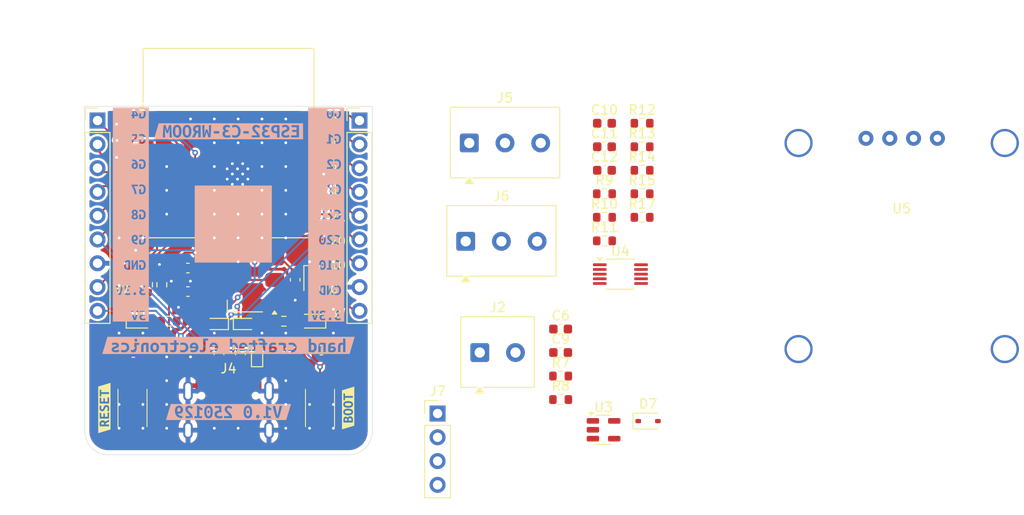
<source format=kicad_pcb>
(kicad_pcb (version 20241229) (generator "pcbnew") (generator_version "9.0")
  (title_block (comment 4 "AISLER Project ID: GSYNATTN"))
  (layers (0 "F.Cu" signal) (2 "B.Cu" signal) (13 "F.Paste" user) (15 "B.Paste" user) (5 "F.SilkS" user "F.Silkscreen") (7 "B.SilkS" user "B.Silkscreen") (1 "F.Mask" user) (3 "B.Mask" user) (25 "Edge.Cuts" user))
  (net 0 "")
  (net 1 "+5V")
  (net 2 "GND")
  (net 3 "+3.3V")
  (net 4 "/Controller/GPIO9")
  (net 5 "/Controller/EN")
  (net 6 "/Controller/USB-")
  (net 7 "Net-(D5-A)")
  (net 8 "/Power Supply/USB5V")
  (net 9 "/Controller/USB+")
  (net 10 "/Controller/GPIO8")
  (net 11 "/Controller/GPIO5")
  (net 12 "/Controller/GPIO6")
  (net 13 "/Controller/GPIO7")
  (net 14 "/Controller/GPIO4")
  (net 15 "/Controller/GPIO1")
  (net 16 "/Controller/GPIO0")
  (net 17 "/Controller/GPIO2")
  (net 18 "/Controller/GPIO3")
  (net 19 "/Controller/GPIO21")
  (net 20 "/Controller/GPIO10")
  (net 21 "/Controller/GPIO20")
  (net 24 "Net-(J4-CC2)")
  (net 25 "Net-(J4-CC1)")
  (net 26 "/Power Supply/battery+")
  (net 27 "Net-(J5-Pin_2)")
  (net 28 "Net-(J6-Pin_2)")
  (net 29 "Net-(J5-Pin_1)")
  (net 30 "Net-(J6-Pin_1)")
  (net 31 "/Power Supply/charge_stat")
  (net 32 "Net-(U3-PROG)")
  (net 33 "Net-(U4A--)")
  (net 34 "Net-(U4B--)")
  (net 35 "/Controller/PT100_2")
  (net 36 "/Controller/PT100_1")
  (net 37 "/Controller/SHDN2")
  (net 38 "/Controller/SHDN1")
  (net 39 "/Controller/I2C_SDA")
  (net 40 "/Controller/I2C_SCL")
  (footprint "Resistor_SMD:R_0603_1608Metric" (layer "F.Cu") (at 183.81 75.415)
    (property "Reference" "R14")
    (property "Value" "10K")
  )
  (footprint "Capacitor_SMD:C_0603_1608Metric" (layer "F.Cu") (at 149.606 94.616 180)
    (property "Reference" "C7" (hide yes))
    (property "Value" "100n")
  )
  (footprint "_PS_LIB_PCB:Xunpu TS-1088" (layer "F.Cu") (at 149.46 100.792 90)
    (property "Reference" "SW1" (hide yes))
    (property "Value" "SW_MEC_5G")
  )
  (footprint "Connector_PinHeader_2.54mm:PinHeader_1x09_P2.54mm_Vertical" (layer "F.Cu") (at 125.73 70.104)
    (property "Reference" "J1" (hide yes))
    (property "Value" "Conn_01x09_Pin")
  )
  (footprint "Capacitor_SMD:C_0603_1608Metric" (layer "F.Cu") (at 129.032 73.534 -90)
    (property "Reference" "C4" (hide yes))
    (property "Value" "10u 25V")
  )
  (footprint "Resistor_SMD:R_0603_1608Metric" (layer "F.Cu") (at 145.605 91.53)
    (property "Reference" "R3" (hide yes))
    (property "Value" "5k1")
  )
  (footprint "kibuzzard-679A5C81" (layer "F.Cu") (at 152.46 100.792 90)
    (property "Reference" "kibuzzard-679A5C81" (hide yes))
    (property "Value" "G***" (hide yes))
  )
  (footprint "Diode_SMD:D_SOD-323" (layer "F.Cu") (at 184.45 102.192)
    (property "Reference" "D7")
    (property "Value" "1N5819WS")
  )
  (footprint "Capacitor_SMD:C_0603_1608Metric" (layer "F.Cu") (at 135.369 85.852 180)
    (property "Reference" "C3" (hide yes))
    (property "Value" "100n")
  )
  (footprint "_PS_LIB_PCB:Xunpu TS-1088" (layer "F.Cu") (at 129.46 100.792 90)
    (property "Reference" "SW2" (hide yes))
    (property "Value" "SW_MEC_5G")
  )
  (footprint "kibuzzard-679A5D22" (layer "F.Cu") (at 151.384 80.392)
    (property "Reference" "kibuzzard-679A5D22" (hide yes))
    (property "Value" "G***" (hide yes))
  )
  (footprint "Resistor_SMD:R_0603_1608Metric" (layer "F.Cu") (at 138.684 94.87 90)
    (property "Reference" "R2" (hide yes))
    (property "Value" "5k1")
  )
  (footprint "TerminalBlock_Phoenix:TerminalBlock_Phoenix_MKDS-1-3-3.81_1x03_P3.81mm_Horizontal" (layer "F.Cu") (at 165 83)
    (property "Reference" "J6")
    (property "Value" "Conn_01x03_Socket")
  )
  (footprint "Resistor_SMD:R_0603_1608Metric" (layer "F.Cu") (at 133.35 91.52)
    (property "Reference" "R6" (hide yes))
    (property "Value" "5k1")
  )
  (footprint "Capacitor_SMD:C_0603_1608Metric" (layer "F.Cu") (at 129.032 70.358 -90)
    (property "Reference" "C5" (hide yes))
    (property "Value" "100n")
  )
  (footprint "Resistor_SMD:R_0603_1608Metric" (layer "F.Cu") (at 183.81 72.905)
    (property "Reference" "R13")
    (property "Value" "10K")
  )
  (footprint "Resistor_SMD:R_0603_1608Metric" (layer "F.Cu") (at 179.8 80.435)
    (property "Reference" "R10")
    (property "Value" "91R")
  )
  (footprint "Capacitor_SMD:C_0603_1608Metric" (layer "F.Cu") (at 175.125 92.362)
    (property "Reference" "C6")
    (property "Value" "4u7")
  )
  (footprint "RF_Module:ESP32-C3-WROOM-02" (layer "F.Cu") (at 139.7 75.608)
    (property "Reference" "U1" (hide yes))
    (property "Value" "ESP32-C3-WROOM-02")
  )
  (footprint "Diode_SMD:D_SOD-323" (layer "F.Cu") (at 148.59 87.202 -90)
    (property "Reference" "D2" (hide yes))
    (property "Value" "1N5819WS")
  )
  (footprint "Resistor_SMD:R_0603_1608Metric" (layer "F.Cu") (at 179.8 77.925)
    (property "Reference" "R9")
    (property "Value" "10K")
  )
  (footprint "Resistor_SMD:R_0603_1608Metric" (layer "F.Cu") (at 183.81 70.395)
    (property "Reference" "R12")
    (property "Value" "33K")
  )
  (footprint "Diode_SMD:D_SOD-523" (layer "F.Cu") (at 138.43 91.822 180)
    (property "Reference" "D1" (hide yes))
    (property "Value" "LESD5D5.0CT1G")
  )
  (footprint "kibuzzard-679A5C2F" (layer "F.Cu") (at 126.46 100.792 90)
    (property "Reference" "kibuzzard-679A5C2F" (hide yes))
    (property "Value" "G***" (hide yes))
  )
  (footprint "Package_TO_SOT_SMD:SOT-23-5" (layer "F.Cu") (at 179.705 103.117)
    (property "Reference" "U3")
    (property "Value" "MCP73831-2-OT")
  )
  (footprint "Resistor_SMD:R_0603_1608Metric" (layer "F.Cu") (at 183.81 80.435)
    (property "Reference" "R17")
    (property "Value" "33K")
  )
  (footprint "Resistor_SMD:R_0603_1608Metric" (layer "F.Cu") (at 175.125 97.382)
    (property "Reference" "R7")
    (property "Value" "10K")
  )
  (footprint "Capacitor_SMD:C_0603_1608Metric" (layer "F.Cu") (at 146.812 87.109 -90)
    (property "Reference" "C1" (hide yes))
    (property "Value" "10u 25V")
  )
  (footprint "Resistor_SMD:R_0603_1608Metric" (layer "F.Cu") (at 131.064 87.63 90)
    (property "Reference" "R5" (hide yes))
    (property "Value" "10k")
  )
  (footprint "LED_SMD:LED_0603_1608Metric" (layer "F.Cu") (at 148.59 91.52 180)
    (property "Reference" "D5" (hide yes))
    (property "Value" "LED")
  )
  (footprint "Package_TO_SOT_SMD:SOT-223-3_TabPin2" (layer "F.Cu") (at 141.478 87.122 180)
    (property "Reference" "U2" (hide yes))
    (property "Value" "AMS1117-3.3")
  )
  (footprint "Connector_USB:USB_C_Receptacle_GCT_USB4105-xx-A_16P_TopMnt_Horizontal" (layer "F.Cu") (at 139.7 102.092)
    (property "Reference" "J4")
    (property "Value" "USB_C_Receptacle_USB2.0_16P")
  )
  (footprint "LED_SMD:LED_0603_1608Metric" (layer "F.Cu") (at 130.2765 91.52)
    (property "Reference" "D6" (hide yes))
    (property "Value" "LED")
  )
  (footprint "Connector_PinHeader_2.54mm:PinHeader_1x04_P2.54mm_Vertical" (layer "F.Cu") (at 162 101.38)
    (property "Reference" "J7")
    (property "Value" "Conn_01x04_Pin")
  )
  (footprint "Diode_SMD:D_SOD-523" (layer "F.Cu") (at 142.748 95.124 90)
    (property "Reference" "D4" (hide yes))
    (property "Value" "LESD5D5.0CT1G")
  )
  (footprint "Package_SO:VSSOP-10_3x3mm_P0.5mm" (layer "F.Cu") (at 181.5 86.5)
    (property "Reference" "U4")
    (property "Value" "TLV9002S")
  )
  (footprint "Connector_PinHeader_2.54mm:PinHeader_1x09_P2.54mm_Vertical" (layer "F.Cu") (at 153.67 70.104)
    (property "Reference" "J3" (hide yes))
    (property "Value" "Conn_01x09_Pin")
  )
  (footprint "Resistor_SMD:R_0603_1608Metric" (layer "F.Cu") (at 183.81 77.925)
    (property "Reference" "R15")
    (property "Value" "91R")
  )
  (footprint "Capacitor_SMD:C_0603_1608Metric" (layer "F.Cu") (at 179.8 72.905)
    (property "Reference" "C11")
    (property "Value" "10n")
  )
  (footprint "Resistor_SMD:R_0603_1608Metric" (layer "F.Cu") (at 140.97 94.87 90)
    (property "Reference" "R1" (hide yes))
    (property "Value" "5k1")
  )
  (footprint "Diode_SMD:D_SOD-523" (layer "F.Cu") (at 141.478 91.822)
    (property "Reference" "D3" (hide yes))
    (property "Value" "LESD5D5.0CT1G")
  )
  (footprint "Capacitor_SMD:C_0603_1608Metric" (layer "F.Cu") (at 129.54 94.87 180)
    (property "Reference" "C8" (hide yes))
    (property "Value" "100n")
  )
  (footprint "TerminalBlock_Phoenix:TerminalBlock_Phoenix_MKDS-1-3-3.81_1x03_P3.81mm_Horizontal" (layer "F.Cu") (at 165.38 72.5)
    (property "Reference" "J5")
    (property "Value" "Conn_01x03_Socket")
  )
  (footprint "Capacitor_SMD:C_0603_1608Metric" (layer "F.Cu") (at 179.8 75.415)
    (property "Reference" "C12")
    (property "Value" "10n")
  )
  (footprint "Resistor_SMD:R_0603_1608Metric" (layer "F.Cu") (at 175.125 99.892)
    (property "Reference" "R8")
    (property "Value" "10K")
  )
  (footprint "Capacitor_SMD:C_0603_1608Metric" (layer "F.Cu") (at 175.125 94.872)
    (property "Reference" "C9")
    (property "Value" "4u7")
  )
  (footprint "_PS_LIB_PCB:SSD1306_0.96_Oled" (layer "F.Cu") (at 211.5 83.5)
    (property "Reference" "U5")
    (property "Value" "OLED_SSD1306")
  )
  (footprint "Resistor_SMD:R_0603_1608Metric" (layer "F.Cu") (at 179.8 82.945)
    (property "Reference" "R11")
    (property "Value" "10K")
  )
  (footprint "Capacitor_SMD:C_0603_1608Metric" (layer "F.Cu") (at 135.369 88.362 180)
    (property "Reference" "C2" (hide yes))
    (property "Value" "10u 25V")
  )
  (footprint "kibuzzard-679A5D01" (layer "F.Cu") (at 128.27 80.392)
    (property "Reference" "kibuzzard-679A5D01" (hide yes))
    (property "Value" "G***" (hide yes))
  )
  (footprint "TerminalBlock_Phoenix:TerminalBlock_Phoenix_MKDS-1-2-3.81_1x02_P3.81mm_Horizontal" (layer "F.Cu") (at 166.5 94.872)
    (property "Reference" "J2")
    (property "Value" "Conn_01x02_Pin")
  )
  (footprint "Resistor_SMD:R_0603_1608Metric" (layer "F.Cu") (at 132.588 87.63 90)
    (property "Reference" "R4" (hide yes))
    (property "Value" "10k")
  )
  (footprint "Capacitor_SMD:C_0603_1608Metric" (layer "F.Cu") (at 179.8 70.395)
    (property "Reference" "C10")
    (property "Value" "100n")
  )
  (footprint "kibuzzard-679A571E" (layer "B.Cu") (at 139.7 94.108 180)
    (property "Reference" "kibuzzard-679A571E" (hide yes))
    (property "Value" "G***" (hide yes))
  )
  (footprint "kibuzzard-679A5707" (layer "B.Cu") (at 139.7 71.248 180)
    (property "Reference" "kibuzzard-679A5707" (hide yes))
    (property "Value" "G***" (hide yes))
  )
  (footprint "kibuzzard-679A56A9" (layer "B.Cu") (at 129.286 80.138 180)
    (property "Reference" "kibuzzard-679A56A9" (hide yes))
    (property "Value" "G***" (hide yes))
  )
  (footprint "kibuzzard-679A573A" (layer "B.Cu") (at 139.7 101.22 180)
    (property "Reference" "kibuzzard-679A573A" (hide yes))
    (property "Value" "G***" (hide yes))
  )
  (footprint "kibuzzard-679A56D4" (layer "B.Cu") (at 150.114 80.138 180)
    (property "Reference" "kibuzzard-679A56D4" (hide yes))
    (property "Value" "G***" (hide yes))
  )
  (gr_rect (start 136.144 77.09) (end 144.272 85.218) (stroke (width 0.1)) (fill yes) (layer "B.SilkS"))
  (gr_line (start 124.36 68.592) (end 155.04 68.592) (stroke (width 0.05)) (layer "Edge.Cuts"))
  (gr_arc (start 126.9 105.792) (mid 125.103949 105.048051) (end 124.36 103.252) (stroke (width 0.05)) (layer "Edge.Cuts"))
  (gr_line (start 152.5 105.792) (end 126.9 105.792) (stroke (width 0.05)) (layer "Edge.Cuts"))
  (gr_line (start 124.36 103.252) (end 124.36 68.592) (stroke (width 0.05)) (layer "Edge.Cuts"))
  (gr_arc (start 155.04 103.252) (mid 154.296051 105.048051) (end 152.5 105.792) (stroke (width 0.05)) (layer "Edge.Cuts"))
  (gr_line (start 155.04 68.592) (end 155.04 103.252) (stroke (width 0.05)) (layer "Edge.Cuts"))
  (segment (start 146.812 86.334) (end 145.3 84.822) (width 0.2) (layer "F.Cu") (net 1))
  (segment (start 140.672735 88.984735) (end 140.672735 89.071265) (width 0.2) (layer "F.Cu") (net 1))
  (segment (start 140.672735 89.071265) (end 139.7 90.044) (width 0.2) (layer "F.Cu") (net 1))
  (segment (start 142.89 84.822) (end 144.628 84.822) (width 0.2) (layer "F.Cu") (net 1))
  (segment (start 145.3 84.822) (end 144.628 84.822) (width 0.2) (layer "F.Cu") (net 1))
  (segment (start 146.994 86.152) (end 146.812 86.334) (width 0.2) (layer "F.Cu") (net 1))
  (segment (start 137.668 90.044) (end 134.62 93.092) (width 0.2) (layer "F.Cu") (net 1))
  (segment (start 142.494 85.218) (end 142.89 84.822) (width 0.2) (layer "F.Cu") (net 1))
  (segment (start 139.7 90.044) (end 137.668 90.044) (width 0.2) (layer "F.Cu") (net 1))
  (segment (start 148.59 86.152) (end 146.994 86.152) (width 0.2) (layer "F.Cu") (net 1))
  (via (at 134.62 93.092) (size 0.6) (drill 0.3) (layers "F.Cu" "B.Cu") (net 1))
  (via (at 140.672735 88.984735) (size 0.6) (drill 0.3) (layers "F.Cu" "B.Cu") (net 1))
  (via (at 142.494 85.218) (size 0.6) (drill 0.3) (layers "F.Cu" "B.Cu") (net 1))
  (segment (start 142.494 87.16347) (end 142.494 85.218) (width 0.2) (layer "B.Cu") (net 1))
  (segment (start 131.952 90.424) (end 134.62 93.092) (width 0.2) (layer "B.Cu") (net 1))
  (segment (start 140.672735 88.984735) (end 142.494 87.16347) (width 0.2) (layer "B.Cu") (net 1))
  (segment (start 125.73 90.424) (end 131.952 90.424) (width 0.2) (layer "B.Cu") (net 1))
  (segment (start 129.032 74.309) (end 128.029 74.309) (width 0.2) (layer "F.Cu") (net 2))
  (segment (start 129.032 71.133) (end 128.409 71.133) (width 0.2) (layer "F.Cu") (net 2))
  (segment (start 128.409 71.133) (end 127.762 70.486) (width 0.2) (layer "F.Cu") (net 2))
  (segment (start 128.029 74.309) (end 127.762 74.042) (width 0.2) (layer "F.Cu") (net 2))
  (via (at 150.887477 92.793) (size 0.6) (drill 0.3) (layers "F.Cu" "B.Cu") (net 2))
  (via (at 150.887477 90.253) (size 0.6) (drill 0.3) (layers "F.Cu" "B.Cu") (net 2))
  (via (at 130.567477 92.793) (size 0.6) (drill 0.3) (layers "F.Cu" "B.Cu") (net 2))
  (via (at 135.636 87.25) (size 0.6) (drill 0.3) (layers "F.Cu" "B.Cu") (net 2))
  (via (at 150.887477 102.953) (size 0.6) (drill 0.3) (layers "F.Cu" "B.Cu") (net 2))
  (via (at 150.887477 100.413) (size 0.6) (drill 0.3) (layers "F.Cu" "B.Cu") (net 2))
  (via (at 134.366 90.044) (size 0.6) (drill 0.3) (layers "F.Cu" "B.Cu") (net 2))
  (via (at 150.887477 85.173) (size 0.6) (drill 0.3) (layers "F.Cu" "B.Cu") (net 2))
  (via (at 145.807477 75.013) (size 0.6) (drill 0.3) (layers "F.Cu" "B.Cu") (net 2))
  (via (at 133.107477 95.333) (size 0.6) (drill 0.3) (layers "F.Cu" "B.Cu") (net 2))
  (via (at 143.267477 82.633) (size 0.6) (drill 0.3) (layers "F.Cu" "B.Cu") (net 2))
  (via (at 138.187477 75.013) (size 0.6) (drill 0.3) (layers "F.Cu" "B.Cu") (net 2))
  (via (at 140.727477 85.173) (size 0.6) (drill 0.3) (layers "F.Cu" "B.Cu") (net 2))
  (via (at 128.027477 102.953) (size 0.6) (drill 0.3) (layers "F.Cu" "B.Cu") (net 2))
  (via (at 143.267477 72.473) (size 0.6) (drill 0.3) (layers "F.Cu" "B.Cu") (net 2))
  (via (at 130.567477 100.413) (size 0.6) (drill 0.3) (layers "F.Cu" "B.Cu") (net 2))
  (via (at 128.027477 82.633) (size 0.6) (drill 0.3) (layers "F.Cu" "B.Cu") (net 2))
  (via (at 140.727477 80.093) (size 0.6) (drill 0.3) (layers "F.Cu" "B.Cu") (net 2))
  (via (at 133.107477 102.953) (size 0.6) (drill 0.3) (layers "F.Cu" "B.Cu") (net 2))
  (via (at 138.187477 72.473) (size 0.6) (drill 0.3) (layers "F.Cu" "B.Cu") (net 2))
  (via (at 148.347477 85.173) (size 0.6) (drill 0.3) (layers "F.Cu" "B.Cu") (net 2))
  (via (at 145.807477 102.953) (size 0.6) (drill 0.3) (layers "F.Cu" "B.Cu") (net 2))
  (via (at 130.567477 102.953) (size 0.6) (drill 0.3) (layers "F.Cu" "B.Cu") (net 2))
  (via (at 127.762 70.486) (size 0.6) (drill 0.3) (layers "F.Cu" "B.Cu") (net 2))
  (via (at 143.267477 77.553) (size 0.6) (drill 0.3) (layers "F.Cu" "B.Cu") (net 2))
  (via (at 143.267477 75.013) (size 0.6) (drill 0.3) (layers "F.Cu" "B.Cu") (net 2))
  (via (at 140.727477 72.473) (size 0.6) (drill 0.3) (layers "F.Cu" "B.Cu") (net 2))
  (via (at 133.107477 100.413) (size 0.6) (drill 0.3) (layers "F.Cu" "B.Cu") (net 2))
  (via (at 138.187477 80.093) (size 0.6) (drill 0.3) (layers "F.Cu" "B.Cu") (net 2))
  (via (at 130.567477 82.633) (size 0.6) (drill 0.3) (layers "F.Cu" "B.Cu") (net 2))
  (via (at 138.187477 92.793) (size 0.6) (drill 0.3) (layers "F.Cu" "B.Cu") (net 2))
  (via (at 138.187477 102.953) (size 0.6) (drill 0.3) (layers "F.Cu" "B.Cu") (net 2))
  (via (at 133.107477 75.013) (size 0.6) (drill 0.3) (layers "F.Cu" "B.Cu") (net 2))
  (via (at 145.807477 92.793) (size 0.6) (drill 0.3) (layers "F.Cu" "B.Cu") (net 2))
  (via (at 135.647477 95.333) (size 0.6) (drill 0.3) (layers "F.Cu" "B.Cu") (net 2))
  (via (at 145.807477 97.873) (size 0.6) (drill 0.3) (layers "F.Cu" "B.Cu") (net 2))
  (via (at 140.727477 69.933) (size 0.6) (drill 0.3) (layers "F.Cu" "B.Cu") (net 2))
  (via (at 133.107477 80.093) (size 0.6) (drill 0.3) (layers "F.Cu" "B.Cu") (net 2))
  (via (at 128.027477 87.713) (size 0.6) (drill 0.3) (layers "F.Cu" "B.Cu") (net 2))
  (via (at 145.807477 80.093) (size 0.6) (drill 0.3) (layers "F.Cu" "B.Cu") (net 2))
  (via (at 133.107477 97.873) (size 0.6) (drill 0.3) (layers "F.Cu" "B.Cu") (net 2))
  (via (at 138.187477 69.933) (size 0.6) (drill 0.3) (layers "F.Cu" "B.Cu") (net 2))
  (via (at 145.807477 77.553) (size 0.6) (drill 0.3) (layers "F.Cu" "B.Cu") (net 2))
  (via (at 135.647477 69.933) (size 0.6) (drill 0.3) (layers "F.Cu" "B.Cu") (net 2))
  (via (at 143.267477 92.793) (size 0.6) (drill 0.3) (layers "F.Cu" "B.Cu") (net 2))
  (via (at 128.027477 100.413) (size 0.6) (drill 0.3) (layers "F.Cu" "B.Cu") (net 2))
  (via (at 127.762 74.042) (size 0.6) (drill 0.3) (layers "F.Cu" "B.Cu") (net 2))
  (via (at 148.347477 100.413) (size 0.6) (drill 0.3) (layers "F.Cu" "B.Cu") (net 2))
  (via (at 138.187477 77.553) (size 0.6) (drill 0.3) (layers "F.Cu" "B.Cu") (net 2))
  (via (at 145.807477 82.633) (size 0.6) (drill 0.3) (layers "F.Cu" "B.Cu") (net 2))
  (via (at 143.267477 80.093) (size 0.6) (drill 0.3) (layers "F.Cu" "B.Cu") (net 2))
  (via (at 133.604 87.25) (size 0.6) (drill 0.3) (layers "F.Cu" "B.Cu") (net 2))
  (via (at 145.807477 100.413) (size 0.6) (drill 0.3) (layers "F.Cu" "B.Cu") (net 2))
  (via (at 140.727477 102.953) (size 0.6) (drill 0.3) (layers "F.Cu" "B.Cu") (net 2))
  (via (at 133.107477 77.553) (size 0.6) (drill 0.3) (layers "F.Cu" "B.Cu") (net 2))
  (via (at 132.334 85.472) (size 0.6) (drill 0.3) (layers "F.Cu" "B.Cu") (net 2))
  (via (at 145.807477 72.473) (size 0.6) (drill 0.3) (layers "F.Cu" "B.Cu") (net 2))
  (via (at 143.267477 69.933) (size 0.6) (drill 0.3) (layers "F.Cu" "B.Cu") (net 2))
  (via (at 138.187477 82.633) (size 0.6) (drill 0.3) (layers "F.Cu" "B.Cu") (net 2))
  (via (at 145.807477 69.933) (size 0.6) (drill 0.3) (layers "F.Cu" "B.Cu") (net 2))
  (via (at 146.812 89.282) (size 0.6) (drill 0.3) (layers "F.Cu" "B.Cu") (net 2))
  (via (at 128.027477 92.793) (size 0.6) (drill 0.3) (layers "F.Cu" "B.Cu") (net 2))
  (via (at 148.347477 102.953) (size 0.6) (drill 0.3) (layers "F.Cu" "B.Cu") (net 2))
  (via (at 140.727477 82.633) (size 0.6) (drill 0.3) (layers "F.Cu" "B.Cu") (net 2))
  (segment (start 129.807 71.984) (end 129.807 70.358) (width 0.2) (layer "F.Cu") (net 3))
  (segment (start 144.78 91.53) (end 146.012 90.298) (width 0.2) (layer "F.Cu") (net 3))
  (segment (start 153.082 90.424) (end 149.78 87.122) (width 0.2) (layer "F.Cu") (net 3))
  (segment (start 138.328 87.122) (end 137.088 88.362) (width 0.2) (layer "F.Cu") (net 3))
  (segment (start 144.628 87.122) (end 138.328 87.122) (width 0.2) (layer "F.Cu") (net 3))
  (segment (start 137.088 88.362) (end 136.144 88.362) (width 0.2) (layer "F.Cu") (net 3))
  (segment (start 147.32 90.298) (end 148.065 89.553) (width 0.2) (layer "F.Cu") (net 3))
  (segment (start 146.012 90.298) (end 147.32 90.298) (width 0.2) (layer "F.Cu") (net 3))
  (segment (start 132.588 86.634304) (end 135.020304 84.202) (width 0.2) (layer "F.Cu") (net 3))
  (segment (start 149.78 87.122) (end 148.082 87.122) (width 0.2) (layer "F.Cu") (net 3))
  (segment (start 134.175 91.52) (end 136.144 89.551) (width 0.2) (layer "F.Cu") (net 3))
  (segment (start 128.34353 72.759) (end 129.032 72.759) (width 0.2) (layer "F.Cu") (net 3))
  (segment (start 148.082 87.122) (end 144.628 87.122) (width 0.2) (layer "F.Cu") (net 3))
  (segment (start 132.588 86.805) (end 132.588 86.634304) (width 0.2) (layer "F.Cu") (net 3))
  (segment (start 129.807 70.358) (end 129.032 69.583) (width 0.2) (layer "F.Cu") (net 3))
  (segment (start 125.73 87.884) (end 129.666 83.948) (width 0.2) (layer "F.Cu") (net 3))
  (segment (start 138.011 86.805) (end 138.328 87.122) (width 0.2) (layer "F.Cu") (net 3))
  (segment (start 129.666 83.948) (end 129.794 83.948) (width 0.2) (layer "F.Cu") (net 3))
  (segment (start 132.588 86.805) (end 131.064 86.805) (width 0.2) (layer "F.Cu") (net 3))
  (segment (start 148.065 87.139) (end 148.082 87.122) (width 0.2) (layer "F.Cu") (net 3))
  (segment (start 129.032 72.759) (end 129.807 71.984) (width 0.2) (layer "F.Cu") (net 3))
  (segment (start 129.057 69.608) (end 129.032 69.583) (width 0.2) (layer "F.Cu") (net 3))
  (segment (start 138.096 87.122) (end 136.826 85.852) (width 0.2) (layer "F.Cu") (net 3))
  (segment (start 136.144 89.551) (end 136.144 88.362) (width 0.2) (layer "F.Cu") (net 3))
  (segment (start 136.144 73.534) (end 136.144 84.202) (width 0.2) (layer "F.Cu") (net 3))
  (segment (start 153.162 90.424) (end 153.082 90.424) (width 0.2) (layer "F.Cu") (net 3))
  (segment (start 130.71 69.608) (end 129.057 69.608) (width 0.2) (layer "F.Cu") (net 3))
  (segment (start 136.826 85.852) (end 136.144 85.852) (width 0.2) (layer "F.Cu") (net 3))
  (segment (start 148.065 89.553) (end 148.065 87.139) (width 0.2) (layer "F.Cu") (net 3))
  (segment (start 136.144 84.202) (end 136.144 85.852) (width 0.2) (layer "F.Cu") (net 3))
  (segment (start 138.328 87.122) (end 138.096 87.122) (width 0.2) (layer "F.Cu") (net 3))
  (segment (start 127.805265 72.220735) (end 128.34353 72.759) (width 0.2) (layer "F.Cu") (net 3))
  (segment (start 135.020304 84.202) (end 136.144 84.202) (width 0.2) (layer "F.Cu") (net 3))
  (segment (start 131.0385 86.7795) (end 131.064 86.805) (width 0.2) (layer "F.Cu") (net 3))
  (via (at 127.805265 72.220735) (size 0.6) (drill 0.3) (layers "F.Cu" "B.Cu") (net 3))
  (via (at 136.144 73.534) (size 0.6) (drill 0.3) (layers "F.Cu" "B.Cu") (net 3))
  (via (at 129.794 83.948) (size 0.6) (drill 0.3) (layers "F.Cu" "B.Cu") (net 3))
  (via (at 136.144 84.202) (size 0.6) (drill 0.3) (layers "F.Cu" "B.Cu") (net 3))
  (segment (start 134.830735 72.220735) (end 127.805265 72.220735) (width 0.2) (layer "B.Cu") (net 3))
  (segment (start 135.89 83.948) (end 129.794 83.948) (width 0.2) (layer "B.Cu") (net 3))
  (segment (start 136.144 84.202) (end 135.89 83.948) (width 0.2) (layer "B.Cu") (net 3))
  (segment (start 136.144 73.534) (end 134.830735 72.220735) (width 0.2) (layer "B.Cu") (net 3))
  (segment (start 130.71 80.108) (end 128.426 80.108) (width 0.2) (layer "F.Cu") (net 4))
  (segment (start 149.46 96.409) (end 149.46 98.717) (width 0.2) (layer "F.Cu") (net 4))
  (segment (start 150.381 95.488) (end 149.46 96.409) (width 0.2) (layer "F.Cu") (net 4))
  (segment (start 128.426 80.108) (end 125.73 82.804) (width 0.2) (layer "F.Cu") (net 4))
  (segment (start 150.381 94.616) (end 150.381 95.488) (width 0.2) (layer "F.Cu") (net 4))
  (via (at 149.46 96.409) (size 0.6) (drill 0.3) (layers "F.Cu" "B.Cu") (net 4))
  (segment (start 125.73 82.804) (end 137.542 94.616) (width 0.2) (layer "B.Cu") (net 4))
  (segment (start 147.667 94.616) (end 149.46 96.409) (width 0.2) (layer "B.Cu") (net 4))
  (segment (start 137.542 94.616) (end 147.667 94.616) (width 0.2) (layer "B.Cu") (net 4))
  (segment (start 133.35 92.285) (end 133.35 89.217) (width 0.2) (layer "F.Cu") (net 5))
  (segment (start 134.62 72.918) (end 134.62 81.916) (width 0.2) (layer "F.Cu") (net 5))
  (segment (start 130.289 87.237) (end 130.807 87.755) (width 0.2) (layer "F.Cu") (net 5))
  (segment (start 130.315 96.635) (end 130.315 94.87) (width 0.2) (layer "F.Cu") (net 5))
  (segment (start 130.315 94.87) (end 130.765 94.87) (width 0.2) (layer "F.Cu") (net 5))
  (segment (start 130.289 86.247) (end 130.289 87.237) (width 0.2) (layer "F.Cu") (net 5))
  (segment (start 134.62 81.916) (end 130.289 86.247) (width 0.2) (layer "F.Cu") (net 5))
  (segment (start 130.807 87.755) (end 131.888 87.755) (width 0.2) (layer "F.Cu") (net 5))
  (segment (start 131.888 87.755) (end 132.588 88.455) (width 0.2) (layer "F.Cu") (net 5))
  (segment (start 133.35 89.217) (end 132.588 88.455) (width 0.2) (layer "F.Cu") (net 5))
  (segment (start 130.71 71.108) (end 132.81 71.108) (width 0.2) (layer "F.Cu") (net 5))
  (segment (start 132.81 71.108) (end 134.62 72.918) (width 0.2) (layer "F.Cu") (net 5))
  (segment (start 130.765 94.87) (end 133.35 92.285) (width 0.2) (layer "F.Cu") (net 5))
  (segment (start 129.46 97.49) (end 130.315 96.635) (width 0.2) (layer "F.Cu") (net 5))
  (segment (start 129.46 98.717) (end 129.46 97.49) (width 0.2) (layer "F.Cu") (net 5))
  (segment (start 139.68241 97.537) (end 139.95 97.80459) (width 0.2) (layer "F.Cu") (net 6))
  (segment (start 138.95 98.412) (end 138.95 97.80459) (width 0.2) (layer "F.Cu") (net 6))
  (segment (start 139.13 91.822) (end 139.459 92.151) (width 0.2) (layer "F.Cu") (net 6))
  (segment (start 138.95 97.80459) (end 139.21759 97.537) (width 0.2) (layer "F.Cu") (net 6))
  (segment (start 139.98129 90.97071) (end 139.13 91.822) (width 0.2) (layer "F.Cu") (net 6))
  (segment (start 139.459 92.151) (end 139.459 97.524) (width 0.2) (layer "F.Cu") (net 6))
  (segment (start 139.98129 90.806) (end 139.98129 90.97071) (width 0.2) (layer "F.Cu") (net 6))
  (segment (start 150.604 77.108) (end 148.21 77.108) (width 0.2) (layer "F.Cu") (net 6))
  (segment (start 139.13 92.014) (end 139.13 91.822) (width 0.2) (layer "F.Cu") (net 6))
  (segment (start 139.95 97.80459) (end 139.95 98.412) (width 0.2) (layer "F.Cu") (net 6))
  (segment (start 139.446 97.537) (end 139.68241 97.537) (width 0.2) (layer "F.Cu") (net 6))
  (segment (start 150.622 77.09) (end 150.604 77.108) (width 0.2) (layer "F.Cu") (net 6))
  (segment (start 139.21759 97.537) (end 139.446 97.537) (width 0.2) (layer "F.Cu") (net 6))
  (segment (start 139.459 97.524) (end 139.446 97.537) (width 0.2) (layer "F.Cu") (net 6))
  (via (at 150.622 77.09) (size 0.6) (drill 0.3) (layers "F.Cu" "B.Cu") (net 6))
  (via (at 139.98129 90.806) (size 0.6) (drill 0.3) (layers "F.Cu" "B.Cu") (net 6))
  (segment (start 150.622 81.408) (end 150.622 77.09) (width 0.2) (layer "B.Cu") (net 6))
  (segment (start 139.98129 90.806) (end 141.224 90.806) (width 0.2) (layer "B.Cu") (net 6))
  (segment (start 141.224 90.806) (end 150.622 81.408) (width 0.2) (layer "B.Cu") (net 6))
  (segment (start 146.44 91.52) (end 146.43 91.53) (width 0.2) (layer "F.Cu") (net 7))
  (segment (start 147.8025 91.52) (end 146.44 91.52) (width 0.2) (layer "F.Cu") (net 7))
  (segment (start 142.1 97.029) (end 142.748 96.381) (width 0.2) (layer "F.Cu") (net 8))
  (segment (start 138.263001 99.95) (end 141.01941 99.95) (width 0.2) (layer "F.Cu") (net 8))
  (segment (start 142.1 98.412) (end 142.1 97.029) (width 0.2) (layer "F.Cu") (net 8))
  (segment (start 137.3 98.986999) (end 138.263001 99.95) (width 0.2) (layer "F.Cu") (net 8))
  (segment (start 137.3 98.412) (end 137.3 98.986999) (width 0.2) (layer "F.Cu") (net 8))
  (segment (start 142.642529 95.824) (end 142.748 95.824) (width 0.2) (layer "F.Cu") (net 8))
  (segment (start 144.842 95.824) (end 148.59 92.076) (width 0.2) (layer "F.Cu") (net 8))
  (segment (start 148.59 92.076) (end 148.59 88.252) (width 0.2) (layer "F.Cu") (net 8))
  (segment (start 142.748 96.381) (end 142.748 95.824) (width 0.2) (layer "F.Cu") (net 8))
  (segment (start 141.01941 99.95) (end 142.1 98.86941) (width 0.2) (layer "F.Cu") (net 8))
  (segment (start 142.1 98.86941) (end 142.1 98.412) (width 0.2) (layer "F.Cu") (net 8))
  (segment (start 142.748 95.824) (end 144.842 95.824) (width 0.2) (layer "F.Cu") (net 8))
  (segment (start 140.45 97.144) (end 140.45 98.412) (width 0.2) (layer "F.Cu") (net 9))
  (segment (start 140.778 91.822) (end 140.195 92.405) (width 0.2) (layer "F.Cu") (net 9))
  (segment (start 140.45 98.412) (end 140.45 99.01941) (width 0.2) (layer "F.Cu") (net 9))
  (segment (start 140.195 96.889) (end 140.45 97.144) (width 0.2) (layer "F.Cu") (net 9))
  (segment (start 139.71759 99.287) (end 139.45 99.01941) (width 0.2) (layer "F.Cu") (net 9))
  (segment (start 140.195 92.405) (end 140.195 96.889) (width 0.2) (layer "F.Cu") (net 9))
  (segment (start 140.778 91.822) (end 140.778 90.106) (width 0.2) (layer "F.Cu") (net 9))
  (segment (start 149.648 75.608) (end 148.21 75.608) (width 0.2) (layer "F.Cu") (net 9))
  (segment (start 140.18241 99.287) (end 139.71759 99.287) (width 0.2) (layer "F.Cu") (net 9))
  (segment (start 140.778 90.106) (end 140.632265 89.960265) (width 0.2) (layer "F.Cu") (net 9))
  (segment (start 139.45 99.01941) (end 139.45 98.412) (width 0.2) (layer "F.Cu") (net 9))
  (segment (start 139.45 98.412) (end 139.459 98.403) (width 0.2) (layer "F.Cu") (net 9))
  (segment (start 140.45 99.01941) (end 140.18241 99.287) (width 0.2) (layer "F.Cu") (net 9))
  (segment (start 149.86 75.82) (end 149.648 75.608) (width 0.2) (layer "F.Cu") (net 9))
  (via (at 149.86 75.82) (size 0.6) (drill 0.3) (layers "F.Cu" "B.Cu") (net 9))
  (via (at 140.632265 89.960265) (size 0.6) (drill 0.3) (layers "F.Cu" "B.Cu") (net 9))
  (segment (start 140.632265 89.960265) (end 140.632265 89.873735) (width 0.2) (layer "B.Cu") (net 9))
  (segment (start 149.86 80.646) (end 149.86 75.82) (width 0.2) (layer "B.Cu") (net 9))
  (segment (start 140.632265 89.873735) (end 141.097 89.409) (width 0.2) (layer "B.Cu") (net 9))
  (segment (start 141.097 89.409) (end 149.86 80.646) (width 0.2) (layer "B.Cu") (net 9))
  (segment (start 129.54 89.996) (end 129.54 88.4295) (width 0.2) (layer "F.Cu") (net 10))
  (segment (start 132.08 83.890314) (end 132.08 79.376) (width 0.2) (layer "F.Cu") (net 10))
  (segment (start 129.54 88.4295) (end 129.54 86.430314) (width 0.2) (layer "F.Cu") (net 10))
  (segment (start 129.5655 88.455) (end 129.54 88.4295) (width 0.2) (layer "F.Cu") (net 10))
  (segment (start 131.064 91.52) (end 129.54 89.996) (width 0.2) (layer "F.Cu") (net 10))
  (segment (start 129.54 86.430314) (end 132.08 83.890314) (width 0.2) (layer "F.Cu") (net 10))
  (segment (start 132.08 79.376) (end 131.312 78.608) (width 0.2) (layer "F.Cu") (net 10))
  (segment (start 127.386 78.608) (end 125.73 80.264) (width 0.2) (layer "F.Cu") (net 10))
  (segment (start 131.064 88.455) (end 129.5655 88.455) (width 0.2) (layer "F.Cu") (net 10))
  (segment (start 131.312 78.608) (end 127.386 78.608) (width 0.2) (layer "F.Cu") (net 10))
  (segment (start 132.525 91.52) (end 131.064 91.52) (width 0.2) (layer "F.Cu") (net 10))
  (segment (start 130.744 74.108) (end 130.95 74.108) (width 0.2) (layer "F.Cu") (net 11))
  (segment (start 129.793 75.059) (end 130.744 74.108) (width 0.2) (layer "F.Cu") (net 11))
  (segment (start 125.73 72.644) (end 125.73 73.28) (width 0.2) (layer "F.Cu") (net 11))
  (segment (start 125.73 73.28) (end 127.509 75.059) (width 0.2) (layer "F.Cu") (net 11))
  (segment (start 127.509 75.059) (end 129.793 75.059) (width 0.2) (layer "F.Cu") (net 11))
  (segment (start 126.154 75.608) (end 130.71 75.608) (width 0.2) (layer "F.Cu") (net 12))
  (segment (start 125.73 75.184) (end 126.154 75.608) (width 0.2) (layer "F.Cu") (net 12))
  (segment (start 126.346 77.108) (end 125.73 77.724) (width 0.2) (layer "F.Cu") (net 13))
  (segment (start 130.71 77.108) (end 126.346 77.108) (width 0.2) (layer "F.Cu") (net 13))
  (segment (start 130.406696 72.608) (end 129.505696 73.509) (width 0.2) (layer "F.Cu") (net 14))
  (segment (start 130.95 72.608) (end 130.406696 72.608) (width 0.2) (layer "F.Cu") (net 14))
  (segment (start 128.245 73.509) (end 127 72.264) (width 0.2) (layer "F.Cu") (net 14))
  (segment (start 127 72.264) (end 127 71.374) (width 0.2) (layer "F.Cu") (net 14))
  (segment (start 127 71.374) (end 125.73 70.104) (width 0.2) (layer "F.Cu") (net 14))
  (segment (start 129.505696 73.509) (end 128.245 73.509) (width 0.2) (layer "F.Cu") (net 14))
  (segment (start 148.21 71.108) (end 151.626 71.108) (width 0.2) (layer "F.Cu") (net 15))
  (segment (start 151.626 71.108) (end 153.162 72.644) (width 0.2) (layer "F.Cu") (net 15))
  (segment (start 148.21 69.608) (end 152.666 69.608) (width 0.2) (layer "F.Cu") (net 16))
  (segment (start 152.666 69.608) (end 153.162 70.104) (width 0.2) (layer "F.Cu") (net 16))
  (segment (start 150.586 72.608) (end 153.162 75.184) (width 0.2) (layer "F.Cu") (net 17))
  (segment (start 148.21 72.608) (end 150.586 72.608) (width 0.2) (layer "F.Cu") (net 17))
  (segment (start 148.21 74.108) (end 149.546 74.108) (width 0.2) (layer "F.Cu") (net 18))
  (segment (start 149.546 74.108) (end 153.162 77.724) (width 0.2) (layer "F.Cu") (net 18))
  (segment (start 148.21 78.608) (end 151.506 78.608) (width 0.2) (layer "F.Cu") (net 19))
  (segment (start 151.506 78.608) (end 153.162 80.264) (width 0.2) (layer "F.Cu") (net 19))
  (segment (start 149.426 81.608) (end 153.162 85.344) (width 0.2) (layer "F.Cu") (net 20))
  (segment (start 148.21 81.608) (end 149.426 81.608) (width 0.2) (layer "F.Cu") (net 20))
  (segment (start 148.21 80.108) (end 150.466 80.108) (width 0.2) (layer "F.Cu") (net 21))
  (segment (start 150.466 80.108) (end 153.162 82.804) (width 0.2) (layer "F.Cu") (net 21))
  (segment (start 141.45 97.128) (end 140.97 96.648) (width 0.2) (layer "F.Cu") (net 24))
  (segment (start 140.97 96.648) (end 140.97 95.695) (width 0.2) (layer "F.Cu") (net 24))
  (segment (start 141.45 98.412) (end 141.45 97.128) (width 0.2) (layer "F.Cu") (net 24))
  (segment (start 138.259 96.12) (end 138.684 95.695) (width 0.2) (layer "F.Cu") (net 25))
  (segment (start 138.259 97.150529) (end 138.259 96.12) (width 0.2) (layer "F.Cu") (net 25))
  (segment (start 138.835 95.846) (end 138.684 95.695) (width 0.2) (layer "F.Cu") (net 25))
  (segment (start 138.45 97.341529) (end 138.259 97.150529) (width 0.2) (layer "F.Cu") (net 25))
  (segment (start 138.45 98.412) (end 138.45 97.341529) (width 0.2) (layer "F.Cu") (net 25))
  (zone (net 2) (net_name "GND") (layers "F.Cu" "B.Cu") (connect_pads (clearance 0.25)) (min_thickness 0.25) (fill yes (thermal_gap 0.5) (thermal_bridge_width 0.5))
    (polygon (pts (xy 124.46 105.744) (xy 154.94 105.744) (xy 154.94 68.66) (xy 124.46 68.66)))
  )
)
</source>
